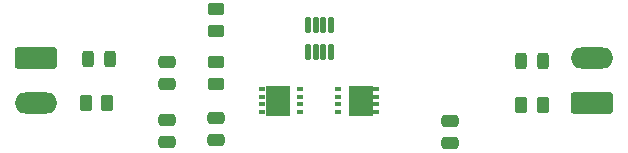
<source format=gbr>
%TF.GenerationSoftware,KiCad,Pcbnew,9.0.0*%
%TF.CreationDate,2025-05-05T10:21:01+02:00*%
%TF.ProjectId,LM4502,4c4d3435-3032-42e6-9b69-6361645f7063,rev?*%
%TF.SameCoordinates,Original*%
%TF.FileFunction,Soldermask,Top*%
%TF.FilePolarity,Negative*%
%FSLAX46Y46*%
G04 Gerber Fmt 4.6, Leading zero omitted, Abs format (unit mm)*
G04 Created by KiCad (PCBNEW 9.0.0) date 2025-05-05 10:21:01*
%MOMM*%
%LPD*%
G01*
G04 APERTURE LIST*
G04 Aperture macros list*
%AMRoundRect*
0 Rectangle with rounded corners*
0 $1 Rounding radius*
0 $2 $3 $4 $5 $6 $7 $8 $9 X,Y pos of 4 corners*
0 Add a 4 corners polygon primitive as box body*
4,1,4,$2,$3,$4,$5,$6,$7,$8,$9,$2,$3,0*
0 Add four circle primitives for the rounded corners*
1,1,$1+$1,$2,$3*
1,1,$1+$1,$4,$5*
1,1,$1+$1,$6,$7*
1,1,$1+$1,$8,$9*
0 Add four rect primitives between the rounded corners*
20,1,$1+$1,$2,$3,$4,$5,0*
20,1,$1+$1,$4,$5,$6,$7,0*
20,1,$1+$1,$6,$7,$8,$9,0*
20,1,$1+$1,$8,$9,$2,$3,0*%
G04 Aperture macros list end*
%ADD10RoundRect,0.125000X-0.125000X0.537500X-0.125000X-0.537500X0.125000X-0.537500X0.125000X0.537500X0*%
%ADD11RoundRect,0.250000X0.475000X-0.250000X0.475000X0.250000X-0.475000X0.250000X-0.475000X-0.250000X0*%
%ADD12RoundRect,0.250000X0.450000X-0.262500X0.450000X0.262500X-0.450000X0.262500X-0.450000X-0.262500X0*%
%ADD13R,0.600000X0.400000*%
%ADD14R,0.550000X0.400000*%
%ADD15R,2.030000X2.650000*%
%ADD16RoundRect,0.250000X-0.475000X0.250000X-0.475000X-0.250000X0.475000X-0.250000X0.475000X0.250000X0*%
%ADD17RoundRect,0.243750X-0.243750X-0.456250X0.243750X-0.456250X0.243750X0.456250X-0.243750X0.456250X0*%
%ADD18RoundRect,0.250000X1.550000X-0.650000X1.550000X0.650000X-1.550000X0.650000X-1.550000X-0.650000X0*%
%ADD19O,3.600000X1.800000*%
%ADD20RoundRect,0.250000X-1.550000X0.650000X-1.550000X-0.650000X1.550000X-0.650000X1.550000X0.650000X0*%
%ADD21RoundRect,0.250000X0.262500X0.450000X-0.262500X0.450000X-0.262500X-0.450000X0.262500X-0.450000X0*%
%ADD22RoundRect,0.243750X0.243750X0.456250X-0.243750X0.456250X-0.243750X-0.456250X0.243750X-0.456250X0*%
%ADD23RoundRect,0.250000X-0.262500X-0.450000X0.262500X-0.450000X0.262500X0.450000X-0.262500X0.450000X0*%
G04 APERTURE END LIST*
D10*
%TO.C,U1*%
X135450000Y-70612500D03*
X134800000Y-70612500D03*
X134150000Y-70612500D03*
X133500000Y-70612500D03*
X133500000Y-72887500D03*
X134150000Y-72887500D03*
X134800000Y-72887500D03*
X135450000Y-72887500D03*
%TD*%
D11*
%TO.C,C4*%
X145500000Y-80650000D03*
X145500000Y-78750000D03*
%TD*%
D12*
%TO.C,R2*%
X125700000Y-75612500D03*
X125700000Y-73787500D03*
%TD*%
D13*
%TO.C,Q1*%
X132875000Y-78000000D03*
X132875000Y-77350000D03*
X132875000Y-76700000D03*
X132875000Y-76050000D03*
D14*
X129650000Y-76050000D03*
X129650000Y-76700000D03*
X129650000Y-77350000D03*
X129650000Y-78000000D03*
D15*
X130940000Y-77025000D03*
%TD*%
D16*
%TO.C,C2*%
X125700000Y-78500000D03*
X125700000Y-80400000D03*
%TD*%
D13*
%TO.C,Q2*%
X136075000Y-76050000D03*
X136075000Y-76700000D03*
X136075000Y-77350000D03*
X136075000Y-78000000D03*
D14*
X139300000Y-78000000D03*
X139300000Y-77350000D03*
X139300000Y-76700000D03*
X139300000Y-76050000D03*
D15*
X138010000Y-77025000D03*
%TD*%
D11*
%TO.C,C1*%
X121600000Y-80550000D03*
X121600000Y-78650000D03*
%TD*%
D17*
%TO.C,D1*%
X114862500Y-73500000D03*
X116737500Y-73500000D03*
%TD*%
D12*
%TO.C,R3*%
X125700000Y-71112500D03*
X125700000Y-69287500D03*
%TD*%
D18*
%TO.C,J3*%
X157567500Y-77250000D03*
D19*
X157567500Y-73440000D03*
%TD*%
D11*
%TO.C,C3*%
X121600000Y-75650000D03*
X121600000Y-73750000D03*
%TD*%
D20*
%TO.C,J1*%
X110500000Y-73400000D03*
D19*
X110500000Y-77210000D03*
%TD*%
D21*
%TO.C,R1*%
X116512500Y-77200000D03*
X114687500Y-77200000D03*
%TD*%
D22*
%TO.C,D2*%
X153425000Y-73700000D03*
X151550000Y-73700000D03*
%TD*%
D23*
%TO.C,R4*%
X151575000Y-77400000D03*
X153400000Y-77400000D03*
%TD*%
M02*

</source>
